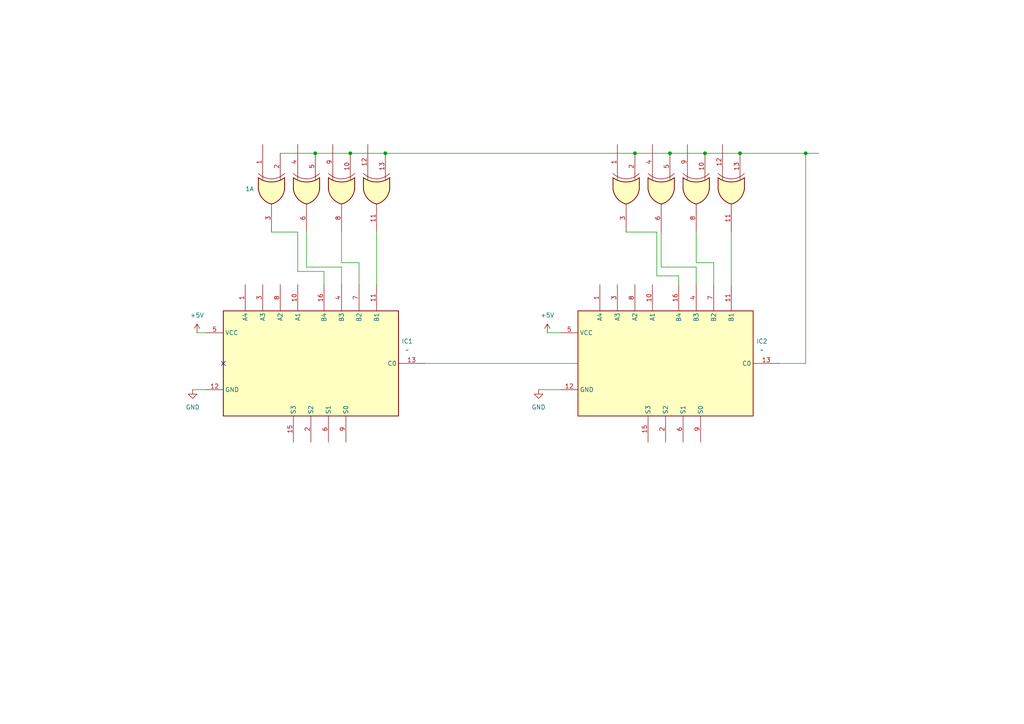
<source format=kicad_sch>
(kicad_sch (version 20250114) (generator "eeschema") (generator_version "9.0")
  (paper "A4")
  (lib_symbols
    (symbol "New_Library:NEW 7483"
      (property "Reference" "IC7483" (at 0 0 0))
      (symbol "NEW 7483_0_0"
        (rectangle (start 25.4 15.24) (end -25.4 -15.24) (stroke (width 0.254)) (fill (type background)))
        (pin power_in line (at -30.48 8.89 0) (length 5.08) (name "VCC") (number "5"))
        (pin power_in line (at -30.48 -7.62 0) (length 5.08) (name "GND") (number "12"))
      )
      (symbol "NEW 7483_1_1"
        (pin input line (at -25.4 0 0) (length 0) (name "") (number ""))
        (pin input line (at -19.05 22.86 270) (length 7.62) (name "A4") (number "1"))
        (pin input line (at -13.97 22.86 270) (length 7.62) (name "A3") (number "3"))
        (pin input line (at -8.89 22.86 270) (length 7.62) (name "A2") (number "8"))
        (pin output line (at -5.08 -22.86 90) (length 7.62) (name "S3") (number "15"))
        (pin input line (at -3.81 22.86 270) (length 7.62) (name "A1") (number "10"))
        (pin output line (at 0 -22.86 90) (length 7.62) (name "S2") (number "2"))
        (pin input line (at 3.81 22.86 270) (length 7.62) (name "B4") (number "16"))
        (pin output line (at 5.08 -22.86 90) (length 7.62) (name "S1") (number "6"))
        (pin input line (at 8.89 22.86 270) (length 7.62) (name "B3") (number "4"))
        (pin output line (at 10.16 -22.86 90) (length 7.62) (name "S0") (number "9"))
        (pin input line (at 13.97 22.86 270) (length 7.62) (name "B2") (number "7"))
        (pin input line (at 19.05 22.86 270) (length 7.62) (name "B1") (number "11"))
        (pin input line (at 33.02 0 180) (length 7.62) (name "C0") (number "13"))
      )
    )
    (symbol "New_Library:NEW 7486" (pin_names (offset 1.016))
      (symbol "NEW 7486_0_1"
        (arc (start 5.08 5.588) (mid 1.27 4.0098) (end -2.54 5.588))
        (arc (start 15.24 5.588) (mid 11.43 4.0098) (end 7.62 5.588))
        (arc (start 25.4 5.588) (mid 21.59 4.0098) (end 17.78 5.588))
        (arc (start 35.56 5.588) (mid 31.75 4.0098) (end 27.94 5.588))
      )
      (symbol "NEW 7486_1_1"
        (polyline (pts (xy -2.54 4.318) (xy -2.54 1.143)) (stroke (width 0.254)) (fill (type background)))
        (arc (start 5.08 1.1176) (mid 3.8624 -1.6848) (end 1.27 -3.302) (stroke (width 0.254)) (fill (type background)))
        (arc (start 5.08 4.318) (mid 1.27 3.097) (end -2.54 4.318) (stroke (width 0.254)))
        (arc (start 1.27 -3.302) (mid -1.314 -1.6775) (end -2.54 1.1176) (stroke (width 0.254)) (fill (type background)))
        (polyline (pts (xy 5.08 4.318) (xy 5.08 1.143)) (stroke (width 0.254)) (fill (type background)))
        (polyline (pts (xy 5.08 1.143) (xy 5.08 4.318) (xy 5.08 4.318) (xy 4.6736 4.064) (xy 3.5306 3.5306) (xy 2.3114 3.2004) (xy 1.016 3.1242) (xy -0.2286 3.2766) (xy -1.4478 3.683) (xy -2.54 4.318) (xy -2.54 4.318) (xy -2.54 1.143)) (stroke (width -25.4)) (fill (type background)))
        (polyline (pts (xy 7.62 4.318) (xy 7.62 1.143)) (stroke (width 0.254)) (fill (type background)))
        (arc (start 15.24 1.1176) (mid 14.0224 -1.6848) (end 11.43 -3.302) (stroke (width 0.254)) (fill (type background)))
        (arc (start 15.24 4.318) (mid 11.43 3.097) (end 7.62 4.318) (stroke (width 0.254)))
        (arc (start 11.43 -3.302) (mid 8.846 -1.6775) (end 7.62 1.1176) (stroke (width 0.254)) (fill (type background)))
        (polyline (pts (xy 15.24 4.318) (xy 15.24 1.143)) (stroke (width 0.254)) (fill (type background)))
        (polyline (pts (xy 15.24 1.143) (xy 15.24 4.318) (xy 15.24 4.318) (xy 14.8336 4.064) (xy 13.6906 3.5306) (xy 12.4714 3.2004) (xy 11.176 3.1242) (xy 9.9314 3.2766) (xy 8.7122 3.683) (xy 7.62 4.318) (xy 7.62 4.318) (xy 7.62 1.143)) (stroke (width -25.4)) (fill (type background)))
        (polyline (pts (xy 17.78 4.318) (xy 17.78 1.143)) (stroke (width 0.254)) (fill (type background)))
        (arc (start 25.4 1.1176) (mid 24.1824 -1.6848) (end 21.59 -3.302) (stroke (width 0.254)) (fill (type background)))
        (arc (start 25.4 4.318) (mid 21.59 3.097) (end 17.78 4.318) (stroke (width 0.254)))
        (arc (start 21.59 -3.302) (mid 19.006 -1.6775) (end 17.78 1.1176) (stroke (width 0.254)) (fill (type background)))
        (polyline (pts (xy 25.4 4.318) (xy 25.4 1.143)) (stroke (width 0.254)) (fill (type background)))
        (polyline (pts (xy 25.4 1.143) (xy 25.4 4.318) (xy 25.4 4.318) (xy 24.9936 4.064) (xy 23.8506 3.5306) (xy 22.6314 3.2004) (xy 21.336 3.1242) (xy 20.0914 3.2766) (xy 18.8722 3.683) (xy 17.78 4.318) (xy 17.78 4.318) (xy 17.78 1.143)) (stroke (width -25.4)) (fill (type background)))
        (polyline (pts (xy 27.94 4.318) (xy 27.94 1.143)) (stroke (width 0.254)) (fill (type background)))
        (arc (start 35.56 1.1176) (mid 34.3424 -1.6848) (end 31.75 -3.302) (stroke (width 0.254)) (fill (type background)))
        (arc (start 35.56 4.318) (mid 31.75 3.097) (end 27.94 4.318) (stroke (width 0.254)))
        (arc (start 31.75 -3.302) (mid 29.166 -1.6775) (end 27.94 1.1176) (stroke (width 0.254)) (fill (type background)))
        (polyline (pts (xy 35.56 4.318) (xy 35.56 1.143)) (stroke (width 0.254)) (fill (type background)))
        (polyline (pts (xy 35.56 1.143) (xy 35.56 4.318) (xy 35.56 4.318) (xy 35.1536 4.064) (xy 34.0106 3.5306) (xy 32.7914 3.2004) (xy 31.496 3.1242) (xy 30.2514 3.2766) (xy 29.0322 3.683) (xy 27.94 4.318) (xy 27.94 4.318) (xy 27.94 1.143)) (stroke (width -25.4)) (fill (type background)))
        (pin input line (at -1.27 13.97 270) (length 10.16) (name "~") (number "1"))
        (pin output line (at 1.27 -11.43 90) (length 8.128) (name "~") (number "3"))
        (pin input line (at 3.81 11.43 270) (length 7.62) (name "~") (number "2"))
        (pin input line (at 8.89 13.97 270) (length 10.16) (name "~") (number "4"))
        (pin output line (at 11.43 -11.43 90) (length 8.128) (name "~") (number "6"))
        (pin input line (at 13.97 11.43 270) (length 7.62) (name "~") (number "5"))
        (pin input line (at 19.05 13.97 270) (length 10.16) (name "~") (number "9"))
        (pin output line (at 21.59 -11.43 90) (length 8.128) (name "~") (number "8"))
        (pin input line (at 24.13 11.43 270) (length 7.62) (name "~") (number "10"))
        (pin input line (at 29.21 13.97 270) (length 10.16) (name "~") (number "12"))
        (pin output line (at 31.75 -11.43 90) (length 8.128) (name "~") (number "11"))
        (pin input line (at 34.29 11.43 270) (length 7.62) (name "~") (number "13"))
      )
      (symbol "NEW 7486_1_2"
        (arc (start 0 3.81) (mid 3.7934 0) (end 0 -3.81) (stroke (width 0.254)) (fill (type background)))
        (polyline (pts (xy 0 3.81) (xy -3.81 3.81) (xy -3.81 -3.81) (xy 0 -3.81)) (stroke (width 0.254)) (fill (type background)))
        (pin input inverted (at -7.62 2.54 0) (length 3.81) (name "~") (number "2"))
        (pin input inverted (at -7.62 -2.54 0) (length 3.81) (name "~") (number "3"))
        (pin output line (at 7.62 0 180) (length 3.81) (name "~") (number "1"))
      )
      (symbol "NEW 7486_2_1"
        (arc (start -3.81 3.81) (mid -2.589 0) (end -3.81 -3.81) (stroke (width 0.254)))
        (polyline (pts (xy -3.81 3.81) (xy -0.635 3.81)) (stroke (width 0.254)) (fill (type background)))
        (polyline (pts (xy -3.81 -3.81) (xy -0.635 -3.81)) (stroke (width 0.254)) (fill (type background)))
        (arc (start 3.81 0) (mid 2.1855 -2.584) (end -0.6096 -3.81) (stroke (width 0.254)) (fill (type background)))
        (arc (start -0.6096 3.81) (mid 2.1928 2.5924) (end 3.81 0) (stroke (width 0.254)) (fill (type background)))
        (polyline (pts (xy -0.635 3.81) (xy -3.81 3.81) (xy -3.81 3.81) (xy -3.556 3.4036) (xy -3.0226 2.2606) (xy -2.6924 1.0414) (xy -2.6162 -0.254) (xy -2.7686 -1.4986) (xy -3.175 -2.7178) (xy -3.81 -3.81) (xy -3.81 -3.81) (xy -0.635 -3.81)) (stroke (width -25.4)) (fill (type background)))
        (pin input line (at -10.922 2.54 0) (length 7.62) (name "~") (number "5"))
        (pin input line (at -10.922 -2.54 0) (length 7.62) (name "~") (number "6"))
        (pin output inverted (at 11.43 0 180) (length 7.62) (name "~") (number "4"))
      )
      (symbol "NEW 7486_2_2"
        (arc (start 0 3.81) (mid 3.7934 0) (end 0 -3.81) (stroke (width 0.254)) (fill (type background)))
        (polyline (pts (xy 0 3.81) (xy -3.81 3.81) (xy -3.81 -3.81) (xy 0 -3.81)) (stroke (width 0.254)) (fill (type background)))
        (pin input inverted (at -7.62 2.54 0) (length 3.81) (name "~") (number "5"))
        (pin input inverted (at -7.62 -2.54 0) (length 3.81) (name "~") (number "6"))
        (pin output line (at 7.62 0 180) (length 3.81) (name "~") (number "4"))
      )
      (symbol "NEW 7486_3_1"
        (arc (start -3.81 3.81) (mid -2.589 0) (end -3.81 -3.81) (stroke (width 0.254)))
        (polyline (pts (xy -3.81 3.81) (xy -0.635 3.81)) (stroke (width 0.254)) (fill (type background)))
        (polyline (pts (xy -3.81 -3.81) (xy -0.635 -3.81)) (stroke (width 0.254)) (fill (type background)))
        (arc (start 3.81 0) (mid 2.1855 -2.584) (end -0.6096 -3.81) (stroke (width 0.254)) (fill (type background)))
        (arc (start -0.6096 3.81) (mid 2.1928 2.5924) (end 3.81 0) (stroke (width 0.254)) (fill (type background)))
        (polyline (pts (xy -0.635 3.81) (xy -3.81 3.81) (xy -3.81 3.81) (xy -3.556 3.4036) (xy -3.0226 2.2606) (xy -2.6924 1.0414) (xy -2.6162 -0.254) (xy -2.7686 -1.4986) (xy -3.175 -2.7178) (xy -3.81 -3.81) (xy -3.81 -3.81) (xy -0.635 -3.81)) (stroke (width -25.4)) (fill (type background)))
        (pin input line (at -10.922 2.54 0) (length 7.62) (name "~") (number "8"))
        (pin input line (at -10.922 -2.54 0) (length 7.62) (name "~") (number "9"))
        (pin output inverted (at 11.43 0 180) (length 7.62) (name "~") (number "10"))
      )
      (symbol "NEW 7486_3_2"
        (arc (start 0 3.81) (mid 3.7934 0) (end 0 -3.81) (stroke (width 0.254)) (fill (type background)))
        (polyline (pts (xy 0 3.81) (xy -3.81 3.81) (xy -3.81 -3.81) (xy 0 -3.81)) (stroke (width 0.254)) (fill (type background)))
        (pin input inverted (at -7.62 2.54 0) (length 3.81) (name "~") (number "8"))
        (pin input inverted (at -7.62 -2.54 0) (length 3.81) (name "~") (number "9"))
        (pin output line (at 7.62 0 180) (length 3.81) (name "~") (number "10"))
      )
      (symbol "NEW 7486_4_1"
        (arc (start -3.81 3.81) (mid -2.589 0) (end -3.81 -3.81) (stroke (width 0.254)))
        (polyline (pts (xy -3.81 3.81) (xy -0.635 3.81)) (stroke (width 0.254)) (fill (type background)))
        (polyline (pts (xy -3.81 -3.81) (xy -0.635 -3.81)) (stroke (width 0.254)) (fill (type background)))
        (arc (start 3.81 0) (mid 2.1855 -2.584) (end -0.6096 -3.81) (stroke (width 0.254)) (fill (type background)))
        (arc (start -0.6096 3.81) (mid 2.1928 2.5924) (end 3.81 0) (stroke (width 0.254)) (fill (type background)))
        (polyline (pts (xy -0.635 3.81) (xy -3.81 3.81) (xy -3.81 3.81) (xy -3.556 3.4036) (xy -3.0226 2.2606) (xy -2.6924 1.0414) (xy -2.6162 -0.254) (xy -2.7686 -1.4986) (xy -3.175 -2.7178) (xy -3.81 -3.81) (xy -3.81 -3.81) (xy -0.635 -3.81)) (stroke (width -25.4)) (fill (type background)))
        (pin input line (at -10.922 2.54 0) (length 7.62) (name "~") (number "11"))
        (pin input line (at -10.922 -2.54 0) (length 7.62) (name "~") (number "12"))
        (pin output inverted (at 11.43 0 180) (length 7.62) (name "~") (number "13"))
      )
      (symbol "NEW 7486_4_2"
        (arc (start 0 3.81) (mid 3.7934 0) (end 0 -3.81) (stroke (width 0.254)) (fill (type background)))
        (polyline (pts (xy 0 3.81) (xy -3.81 3.81) (xy -3.81 -3.81) (xy 0 -3.81)) (stroke (width 0.254)) (fill (type background)))
        (pin input inverted (at -7.62 2.54 0) (length 3.81) (name "~") (number "11"))
        (pin input inverted (at -7.62 -2.54 0) (length 3.81) (name "~") (number "12"))
        (pin output line (at 7.62 0 180) (length 3.81) (name "~") (number "13"))
      )
      (symbol "NEW 7486_5_0"
        (pin power_in line (at 0 15.24 270) (length 7.62) (name "VCC") (number "14"))
        (pin power_in line (at 0 -15.24 90) (length 7.62) (name "GND") (number "7"))
      )
      (symbol "NEW 7486_5_1"
        (rectangle (start -5.08 7.62) (end 5.08 -7.62) (stroke (width 0.254)) (fill (type background)))
      )
    )
    (symbol "power:+5V" (power) (pin_numbers (hide yes)) (pin_names (offset 0) (hide yes))
      (property "Value" "+5V" (at 0 3.556 0))
      (symbol "+5V_0_1"
        (polyline (pts (xy -0.762 1.27) (xy 0 2.54)))
        (polyline (pts (xy 0 2.54) (xy 0.762 1.27)))
        (polyline (pts (xy 0 0) (xy 0 2.54)))
      )
      (symbol "+5V_1_1"
        (pin power_in line (at 0 0 90) (length 0) (name "~") (number "1"))
      )
    )
    (symbol "power:GND" (power) (pin_numbers (hide yes)) (pin_names (offset 0) (hide yes))
      (property "Value" "GND" (at 0 -3.81 0))
      (symbol "GND_0_1"
        (polyline (pts (xy 0 0) (xy 0 -1.27) (xy 1.27 -1.27) (xy 0 -2.54) (xy -1.27 -1.27) (xy 0 -1.27)))
      )
      (symbol "GND_1_1"
        (pin power_in line (at 0 0 270) (length 0) (name "~") (number "1"))
      )
    )
  )
  (junction (at 233.68 44.45))
  (junction (at 194.31 44.45))
  (junction (at 214.63 44.45))
  (junction (at 111.76 44.45))
  (junction (at 91.44 44.45))
  (junction (at 204.47 44.45))
  (junction (at 184.15 44.45))
  (junction (at 101.6 44.45))
  (no_connect (at 64.77 105.41))
  (wire (pts (xy 86.36 67.31) (xy 78.74 67.31)))
  (wire (pts (xy 158.75 96.52) (xy 162.56 96.52)))
  (wire (pts (xy 201.93 76.2) (xy 207.01 76.2)))
  (wire (pts (xy 99.06 67.31) (xy 99.06 76.2)))
  (wire (pts (xy 190.5 80.01) (xy 190.5 67.31)))
  (wire (pts (xy 99.06 82.55) (xy 99.06 77.47)))
  (wire (pts (xy 91.44 44.45) (xy 101.6 44.45)))
  (wire (pts (xy 81.28 44.45) (xy 91.44 44.45)))
  (wire (pts (xy 101.6 44.45) (xy 111.76 44.45)))
  (wire (pts (xy 233.68 44.45) (xy 214.63 44.45)))
  (wire (pts (xy 191.77 77.47) (xy 191.77 67.31)))
  (wire (pts (xy 109.22 67.31) (xy 109.22 82.55)))
  (wire (pts (xy 156.21 113.03) (xy 162.56 113.03)))
  (wire (pts (xy 226.06 105.41) (xy 233.68 105.41)))
  (wire (pts (xy 201.93 67.31) (xy 201.93 76.2)))
  (wire (pts (xy 196.85 80.01) (xy 190.5 80.01)))
  (wire (pts (xy 204.47 44.45) (xy 214.63 44.45)))
  (wire (pts (xy 196.85 82.55) (xy 196.85 80.01)))
  (wire (pts (xy 184.15 44.45) (xy 194.31 44.45)))
  (wire (pts (xy 190.5 67.31) (xy 181.61 67.31)))
  (wire (pts (xy 194.31 44.45) (xy 204.47 44.45)))
  (wire (pts (xy 201.93 82.55) (xy 201.93 77.47)))
  (wire (pts (xy 55.88 113.03) (xy 59.69 113.03)))
  (wire (pts (xy 233.68 44.45) (xy 237.49 44.45)))
  (wire (pts (xy 104.14 76.2) (xy 104.14 82.55)))
  (wire (pts (xy 212.09 67.31) (xy 212.09 82.55)))
  (wire (pts (xy 93.98 78.74) (xy 86.36 78.74)))
  (wire (pts (xy 86.36 78.74) (xy 86.36 67.31)))
  (wire (pts (xy 99.06 76.2) (xy 104.14 76.2)))
  (wire (pts (xy 201.93 77.47) (xy 191.77 77.47)))
  (wire (pts (xy 93.98 82.55) (xy 93.98 78.74)))
  (wire (pts (xy 111.76 44.45) (xy 184.15 44.45)))
  (wire (pts (xy 57.15 96.52) (xy 59.69 96.52)))
  (wire (pts (xy 207.01 76.2) (xy 207.01 82.55)))
  (wire (pts (xy 233.68 105.41) (xy 233.68 44.45)))
  (wire (pts (xy 99.06 77.47) (xy 88.9 77.47)))
  (wire (pts (xy 88.9 77.47) (xy 88.9 67.31)))
  (wire (pts (xy 123.19 105.41) (xy 167.64 105.41)))
  (symbol (lib_id "power:+5V") (at 158.75 96.52 0) (unit 1)
    (property "Reference" "#PWR02" (effects (hide yes)))
    (property "Value" "+5V" (at 158.75 91.44 0))
    (property "Description" "Power symbol creates a global label with name \"+5V\"" (effects (hide yes)))
  )
  (symbol (lib_id "power:+5V") (at 57.15 96.52 0) (unit 1)
    (property "Reference" "#PWR01" (effects (hide yes)))
    (property "Value" "+5V" (at 57.15 91.44 0))
    (property "Description" "Power symbol creates a global label with name \"+5V\"" (effects (hide yes)))
  )
  (symbol (lib_id "power:GND") (at 55.88 113.03 0) (unit 1)
    (property "Reference" "#PWR03" (effects (hide yes)))
    (property "Value" "GND" (at 55.88 118.11 0))
    (property "Description" "Power symbol creates a global label with name \"GND\" , ground" (effects (hide yes)))
  )
  (symbol (lib_id "power:GND") (at 156.21 113.03 0) (unit 1)
    (property "Reference" "#PWR04" (effects (hide yes)))
    (property "Value" "GND" (at 156.21 118.11 0))
    (property "Description" "Power symbol creates a global label with name \"GND\" , ground" (effects (hide yes)))
  )
  (symbol (lib_id "New_Library:NEW 7486") (at 180.34 55.88 0) (unit 1)
    (property "Reference" "11" (effects (hide yes)))
  )
  (symbol (lib_id "New_Library:NEW 7486") (at 77.47 55.88 0) (unit 1)
    (property "Reference" "1" (at 73.66 54.8004 0) (effects (justify right)))
  )
  (symbol (lib_id "New_Library:NEW 7483") (at 90.17 105.41 0) (unit 1)
    (property "Reference" "IC1" (at 118.11 98.9898 0))
    (property "Value" "~" (at 118.11 101.5298 0))
  )
  (symbol (lib_id "New_Library:NEW 7483") (at 193.04 105.41 0) (unit 1)
    (property "Reference" "IC2" (at 220.98 98.9898 0))
    (property "Value" "~" (at 220.98 101.5298 0))
  )
)
</source>
